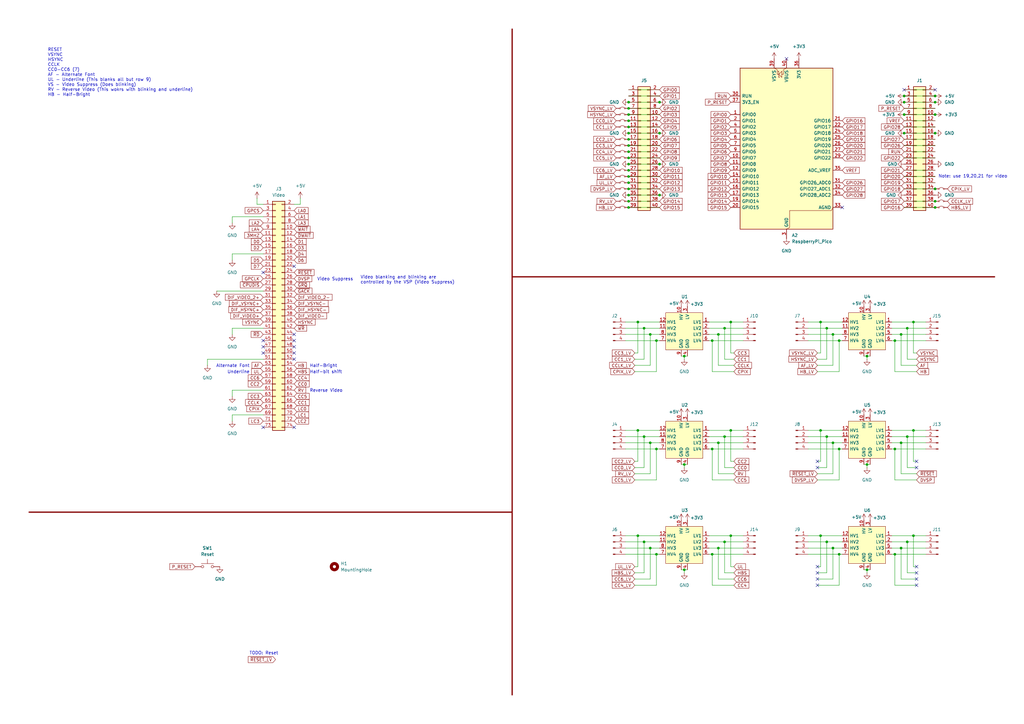
<source format=kicad_sch>
(kicad_sch (version 20250114) (generator "eeschema") (generator_version "9.0")
  (paper "A3")
  (text "Video Suppress" (at 130.048 114.554 0) (effects (font (size 1.27 1.27)) (justify left)))
  (text "Half-Bright" (at 127 150.114 0) (effects (font (size 1.27 1.27)) (justify left)))
  (text "Video blanking and blinking are\ncontrolled by the VSP (Video Suppress)" (at 147.828 114.808 0) (effects (font (size 1.27 1.27)) (justify left)))
  (text "Note: use 19,20,21 for video" (at 399.034 72.39 0) (effects (font (size 1.27 1.27))))
  (text "Half-bit shift" (at 127 152.654 0) (effects (font (size 1.27 1.27)) (justify left)))
  (text "Alternate Font" (at 88.646 150.114 0) (effects (font (size 1.27 1.27)) (justify left)))
  (text "TODO: Reset" (at 108.204 267.97 0) (effects (font (size 1.27 1.27))))
  (text "Reverse Video" (at 127 160.274 0) (effects (font (size 1.27 1.27)) (justify left)))
  (text "Underline" (at 93.218 152.654 0) (effects (font (size 1.27 1.27)) (justify left)))
  (text "RESET\nVSYNC\nHSYNC\nCCLK\nCC0-CC6 (7)\nAF - Alternate Font\nUL - Underline (This blanks all but row 9)\nVS - Video Suppress (Does blinking)\nRV - Reverse Video (This wokrs with blinking and underline)\nHB - Half-Bright" (at 19.558 29.718 0) (effects (font (size 1.27 1.27)) (justify left)))
  (junction (at 341.63 181.61))
  (junction (at 269.24 227.33))
  (junction (at 270.51 41.91))
  (junction (at 344.17 227.33))
  (junction (at 269.24 184.15))
  (junction (at 299.72 176.53))
  (junction (at 355.6 146.05))
  (junction (at 266.7 224.79))
  (junction (at 294.64 181.61))
  (junction (at 372.11 222.25))
  (junction (at 369.57 181.61))
  (junction (at 261.62 132.08))
  (junction (at 372.11 134.62))
  (junction (at 383.54 46.99))
  (junction (at 370.84 39.37))
  (junction (at 257.81 54.61))
  (junction (at 294.64 137.16))
  (junction (at 299.72 219.71))
  (junction (at 257.81 46.99))
  (junction (at 292.1 184.15))
  (junction (at 257.81 80.01))
  (junction (at 257.81 57.15))
  (junction (at 383.54 41.91))
  (junction (at 383.54 54.61))
  (junction (at 355.6 233.68))
  (junction (at 297.18 134.62))
  (junction (at 257.81 49.53))
  (junction (at 374.65 132.08))
  (junction (at 370.84 41.91))
  (junction (at 383.54 39.37))
  (junction (at 369.57 224.79))
  (junction (at 336.55 219.71))
  (junction (at 339.09 134.62))
  (junction (at 257.81 44.45))
  (junction (at 257.81 62.23))
  (junction (at 280.67 233.68))
  (junction (at 370.84 54.61))
  (junction (at 367.03 227.33))
  (junction (at 374.65 176.53))
  (junction (at 257.81 77.47))
  (junction (at 374.65 219.71))
  (junction (at 257.81 52.07))
  (junction (at 257.81 82.55))
  (junction (at 336.55 176.53))
  (junction (at 266.7 181.61))
  (junction (at 261.62 176.53))
  (junction (at 264.16 179.07))
  (junction (at 369.57 137.16))
  (junction (at 367.03 139.7))
  (junction (at 264.16 134.62))
  (junction (at 280.67 190.5))
  (junction (at 383.54 82.55))
  (junction (at 292.1 227.33))
  (junction (at 257.81 64.77))
  (junction (at 383.54 85.09))
  (junction (at 297.18 222.25))
  (junction (at 299.72 132.08))
  (junction (at 257.81 85.09))
  (junction (at 257.81 59.69))
  (junction (at 270.51 67.31))
  (junction (at 280.67 146.05))
  (junction (at 257.81 69.85))
  (junction (at 257.81 67.31))
  (junction (at 367.03 184.15))
  (junction (at 294.64 224.79))
  (junction (at 344.17 139.7))
  (junction (at 355.6 190.5))
  (junction (at 257.81 41.91))
  (junction (at 264.16 222.25))
  (junction (at 341.63 224.79))
  (junction (at 297.18 179.07))
  (junction (at 370.84 46.99))
  (junction (at 336.55 132.08))
  (junction (at 257.81 72.39))
  (junction (at 261.62 219.71))
  (junction (at 339.09 179.07))
  (junction (at 266.7 137.16))
  (junction (at 270.51 80.01))
  (junction (at 341.63 137.16))
  (junction (at 339.09 222.25))
  (junction (at 344.17 184.15))
  (junction (at 372.11 179.07))
  (junction (at 383.54 77.47))
  (junction (at 270.51 54.61))
  (junction (at 257.81 74.93))
  (junction (at 292.1 139.7))
  (junction (at 269.24 139.7))
  (no_connect (at 107.95 144.78))
  (no_connect (at 120.65 144.78))
  (no_connect (at 370.84 36.83))
  (no_connect (at 335.28 234.95))
  (no_connect (at 345.44 85.09))
  (no_connect (at 335.28 232.41))
  (no_connect (at 120.65 109.22))
  (no_connect (at 120.65 137.16))
  (no_connect (at 383.54 36.83))
  (no_connect (at 335.28 189.23))
  (no_connect (at 375.92 191.77))
  (no_connect (at 107.95 139.7))
  (no_connect (at 107.95 142.24))
  (no_connect (at 322.58 24.13))
  (no_connect (at 335.28 237.49))
  (no_connect (at 107.95 111.76))
  (no_connect (at 375.92 234.95))
  (no_connect (at 120.65 175.26))
  (no_connect (at 335.28 191.77))
  (no_connect (at 107.95 175.26))
  (no_connect (at 375.92 237.49))
  (no_connect (at 120.65 142.24))
  (no_connect (at 120.65 139.7))
  (no_connect (at 375.92 189.23))
  (no_connect (at 335.28 240.03))
  (no_connect (at 375.92 240.03))
  (no_connect (at 375.92 232.41))
  (no_connect (at 120.65 147.32))
  (wire (pts (xy 95.25 88.9) (xy 107.95 88.9)))
  (wire (pts (xy 294.64 181.61) (xy 294.64 194.31)))
  (wire (pts (xy 370.84 82.55) (xy 383.54 82.55)))
  (wire (pts (xy 257.81 49.53) (xy 270.51 49.53)))
  (wire (pts (xy 257.81 54.61) (xy 270.51 54.61)))
  (wire (pts (xy 257.81 77.47) (xy 270.51 77.47)))
  (wire (pts (xy 370.84 72.39) (xy 383.54 72.39)))
  (wire (pts (xy 339.09 134.62) (xy 345.44 134.62)))
  (wire (pts (xy 299.72 132.08) (xy 299.72 144.78)))
  (wire (pts (xy 336.55 219.71) (xy 345.44 219.71)))
  (wire (pts (xy 299.72 219.71) (xy 290.83 219.71)))
  (wire (pts (xy 269.24 184.15) (xy 270.51 184.15)))
  (wire (pts (xy 339.09 222.25) (xy 345.44 222.25)))
  (wire (pts (xy 335.28 232.41) (xy 336.55 232.41)))
  (wire (pts (xy 335.28 240.03) (xy 344.17 240.03)))
  (wire (pts (xy 300.99 189.23) (xy 299.72 189.23)))
  (wire (pts (xy 370.84 54.61) (xy 383.54 54.61)))
  (wire (pts (xy 266.7 224.79) (xy 266.7 237.49)))
  (wire (pts (xy 374.65 176.53) (xy 365.76 176.53)))
  (wire (pts (xy 120.65 83.82) (xy 123.19 83.82)))
  (wire (pts (xy 260.35 232.41) (xy 261.62 232.41)))
  (wire (pts (xy 374.65 219.71) (xy 365.76 219.71)))
  (wire (pts (xy 379.73 139.7) (xy 367.03 139.7)))
  (wire (pts (xy 370.84 49.53) (xy 383.54 49.53)))
  (wire (pts (xy 292.1 240.03) (xy 292.1 227.33)))
  (wire (pts (xy 355.6 190.5) (xy 355.6 191.77)))
  (wire (pts (xy 279.4 190.5) (xy 280.67 190.5)))
  (wire (pts (xy 369.57 224.79) (xy 365.76 224.79)))
  (wire (pts (xy 256.54 224.79) (xy 266.7 224.79)))
  (wire (pts (xy 266.7 137.16) (xy 270.51 137.16)))
  (wire (pts (xy 331.47 139.7) (xy 344.17 139.7)))
  (wire (pts (xy 370.84 69.85) (xy 383.54 69.85)))
  (wire (pts (xy 280.67 233.68) (xy 280.67 234.95)))
  (wire (pts (xy 261.62 176.53) (xy 261.62 189.23)))
  (wire (pts (xy 370.84 39.37) (xy 383.54 39.37)))
  (wire (pts (xy 261.62 176.53) (xy 270.51 176.53)))
  (wire (pts (xy 370.84 74.93) (xy 383.54 74.93)))
  (wire (pts (xy 280.67 190.5) (xy 281.94 190.5)))
  (wire (pts (xy 375.92 144.78) (xy 374.65 144.78)))
  (wire (pts (xy 375.92 240.03) (xy 367.03 240.03)))
  (wire (pts (xy 341.63 137.16) (xy 341.63 149.86)))
  (wire (pts (xy 304.8 224.79) (xy 294.64 224.79)))
  (polyline (pts (xy 210.058 113.538) (xy 407.924 113.538)) (stroke (width 0.5) (type solid) (color 132 0 0 1)))
  (wire (pts (xy 256.54 184.15) (xy 269.24 184.15)))
  (wire (pts (xy 335.28 189.23) (xy 336.55 189.23)))
  (wire (pts (xy 266.7 137.16) (xy 266.7 149.86)))
  (wire (pts (xy 375.92 147.32) (xy 372.11 147.32)))
  (wire (pts (xy 370.84 62.23) (xy 383.54 62.23)))
  (wire (pts (xy 375.92 234.95) (xy 372.11 234.95)))
  (wire (pts (xy 355.6 146.05) (xy 356.87 146.05)))
  (wire (pts (xy 85.09 147.32) (xy 107.95 147.32)))
  (wire (pts (xy 297.18 222.25) (xy 297.18 234.95)))
  (wire (pts (xy 370.84 64.77) (xy 383.54 64.77)))
  (wire (pts (xy 300.99 196.85) (xy 292.1 196.85)))
  (wire (pts (xy 374.65 132.08) (xy 374.65 144.78)))
  (wire (pts (xy 331.47 224.79) (xy 341.63 224.79)))
  (wire (pts (xy 370.84 85.09) (xy 383.54 85.09)))
  (wire (pts (xy 294.64 137.16) (xy 290.83 137.16)))
  (wire (pts (xy 379.73 132.08) (xy 374.65 132.08)))
  (wire (pts (xy 257.81 62.23) (xy 270.51 62.23)))
  (wire (pts (xy 344.17 139.7) (xy 345.44 139.7)))
  (wire (pts (xy 256.54 179.07) (xy 264.16 179.07)))
  (wire (pts (xy 341.63 137.16) (xy 345.44 137.16)))
  (wire (pts (xy 299.72 132.08) (xy 290.83 132.08)))
  (wire (pts (xy 344.17 152.4) (xy 344.17 139.7)))
  (wire (pts (xy 95.25 134.62) (xy 95.25 137.16)))
  (wire (pts (xy 331.47 137.16) (xy 341.63 137.16)))
  (wire (pts (xy 257.81 80.01) (xy 270.51 80.01)))
  (wire (pts (xy 375.92 194.31) (xy 369.57 194.31)))
  (wire (pts (xy 297.18 134.62) (xy 290.83 134.62)))
  (wire (pts (xy 266.7 181.61) (xy 270.51 181.61)))
  (wire (pts (xy 292.1 139.7) (xy 290.83 139.7)))
  (wire (pts (xy 369.57 137.16) (xy 369.57 149.86)))
  (wire (pts (xy 297.18 134.62) (xy 297.18 147.32)))
  (wire (pts (xy 355.6 233.68) (xy 355.6 234.95)))
  (wire (pts (xy 95.25 160.02) (xy 95.25 162.56)))
  (wire (pts (xy 257.81 85.09) (xy 270.51 85.09)))
  (wire (pts (xy 370.84 57.15) (xy 383.54 57.15)))
  (wire (pts (xy 372.11 179.07) (xy 365.76 179.07)))
  (wire (pts (xy 372.11 222.25) (xy 372.11 234.95)))
  (wire (pts (xy 280.67 146.05) (xy 281.94 146.05)))
  (wire (pts (xy 354.33 190.5) (xy 355.6 190.5)))
  (wire (pts (xy 266.7 224.79) (xy 270.51 224.79)))
  (wire (pts (xy 367.03 139.7) (xy 365.76 139.7)))
  (wire (pts (xy 95.25 134.62) (xy 107.95 134.62)))
  (wire (pts (xy 294.64 137.16) (xy 294.64 149.86)))
  (wire (pts (xy 367.03 184.15) (xy 365.76 184.15)))
  (wire (pts (xy 300.99 152.4) (xy 292.1 152.4)))
  (wire (pts (xy 344.17 196.85) (xy 344.17 184.15)))
  (wire (pts (xy 355.6 146.05) (xy 355.6 147.32)))
  (wire (pts (xy 304.8 222.25) (xy 297.18 222.25)))
  (wire (pts (xy 260.35 152.4) (xy 269.24 152.4)))
  (wire (pts (xy 266.7 181.61) (xy 266.7 194.31)))
  (wire (pts (xy 297.18 222.25) (xy 290.83 222.25)))
  (wire (pts (xy 341.63 181.61) (xy 341.63 194.31)))
  (wire (pts (xy 331.47 219.71) (xy 336.55 219.71)))
  (wire (pts (xy 261.62 219.71) (xy 270.51 219.71)))
  (wire (pts (xy 304.8 176.53) (xy 299.72 176.53)))
  (wire (pts (xy 335.28 196.85) (xy 344.17 196.85)))
  (wire (pts (xy 375.92 152.4) (xy 367.03 152.4)))
  (wire (pts (xy 370.84 52.07) (xy 383.54 52.07)))
  (wire (pts (xy 297.18 179.07) (xy 290.83 179.07)))
  (wire (pts (xy 355.6 190.5) (xy 356.87 190.5)))
  (wire (pts (xy 370.84 44.45) (xy 383.54 44.45)))
  (wire (pts (xy 300.99 194.31) (xy 294.64 194.31)))
  (wire (pts (xy 370.84 77.47) (xy 383.54 77.47)))
  (wire (pts (xy 280.67 190.5) (xy 280.67 191.77)))
  (wire (pts (xy 256.54 139.7) (xy 269.24 139.7)))
  (wire (pts (xy 299.72 176.53) (xy 299.72 189.23)))
  (wire (pts (xy 372.11 179.07) (xy 372.11 191.77)))
  (wire (pts (xy 269.24 240.03) (xy 269.24 227.33)))
  (wire (pts (xy 279.4 146.05) (xy 280.67 146.05)))
  (wire (pts (xy 304.8 219.71) (xy 299.72 219.71)))
  (wire (pts (xy 339.09 222.25) (xy 339.09 234.95)))
  (wire (pts (xy 269.24 139.7) (xy 270.51 139.7)))
  (wire (pts (xy 331.47 176.53) (xy 336.55 176.53)))
  (wire (pts (xy 279.4 233.68) (xy 280.67 233.68)))
  (wire (pts (xy 256.54 227.33) (xy 269.24 227.33)))
  (wire (pts (xy 369.57 224.79) (xy 369.57 237.49)))
  (wire (pts (xy 264.16 134.62) (xy 264.16 147.32)))
  (wire (pts (xy 375.92 189.23) (xy 374.65 189.23)))
  (wire (pts (xy 257.81 52.07) (xy 270.51 52.07)))
  (wire (pts (xy 256.54 222.25) (xy 264.16 222.25)))
  (wire (pts (xy 260.35 147.32) (xy 264.16 147.32)))
  (wire (pts (xy 294.64 181.61) (xy 290.83 181.61)))
  (wire (pts (xy 261.62 132.08) (xy 261.62 144.78)))
  (wire (pts (xy 304.8 184.15) (xy 292.1 184.15)))
  (wire (pts (xy 292.1 196.85) (xy 292.1 184.15)))
  (wire (pts (xy 374.65 219.71) (xy 374.65 232.41)))
  (wire (pts (xy 367.03 240.03) (xy 367.03 227.33)))
  (wire (pts (xy 297.18 179.07) (xy 297.18 191.77)))
  (wire (pts (xy 257.81 44.45) (xy 270.51 44.45)))
  (wire (pts (xy 304.8 132.08) (xy 299.72 132.08)))
  (wire (pts (xy 354.33 233.68) (xy 355.6 233.68)))
  (wire (pts (xy 331.47 227.33) (xy 344.17 227.33)))
  (wire (pts (xy 294.64 224.79) (xy 294.64 237.49)))
  (wire (pts (xy 355.6 233.68) (xy 356.87 233.68)))
  (wire (pts (xy 335.28 149.86) (xy 341.63 149.86)))
  (wire (pts (xy 257.81 64.77) (xy 270.51 64.77)))
  (wire (pts (xy 336.55 132.08) (xy 336.55 144.78)))
  (wire (pts (xy 105.41 83.82) (xy 107.95 83.82)))
  (wire (pts (xy 300.99 149.86) (xy 294.64 149.86)))
  (wire (pts (xy 339.09 179.07) (xy 339.09 191.77)))
  (wire (pts (xy 374.65 176.53) (xy 374.65 189.23)))
  (wire (pts (xy 264.16 134.62) (xy 270.51 134.62)))
  (wire (pts (xy 260.35 149.86) (xy 266.7 149.86)))
  (wire (pts (xy 264.16 222.25) (xy 264.16 234.95)))
  (wire (pts (xy 379.73 137.16) (xy 369.57 137.16)))
  (wire (pts (xy 379.73 134.62) (xy 372.11 134.62)))
  (wire (pts (xy 264.16 179.07) (xy 264.16 191.77)))
  (wire (pts (xy 257.81 67.31) (xy 270.51 67.31)))
  (wire (pts (xy 339.09 179.07) (xy 345.44 179.07)))
  (wire (pts (xy 331.47 181.61) (xy 341.63 181.61)))
  (wire (pts (xy 304.8 137.16) (xy 294.64 137.16)))
  (wire (pts (xy 257.81 57.15) (xy 270.51 57.15)))
  (wire (pts (xy 269.24 152.4) (xy 269.24 139.7)))
  (wire (pts (xy 370.84 41.91) (xy 383.54 41.91)))
  (wire (pts (xy 304.8 139.7) (xy 292.1 139.7)))
  (wire (pts (xy 257.81 69.85) (xy 270.51 69.85)))
  (wire (pts (xy 341.63 181.61) (xy 345.44 181.61)))
  (wire (pts (xy 335.28 152.4) (xy 344.17 152.4)))
  (wire (pts (xy 375.92 149.86) (xy 369.57 149.86)))
  (wire (pts (xy 331.47 134.62) (xy 339.09 134.62)))
  (wire (pts (xy 294.64 224.79) (xy 290.83 224.79)))
  (wire (pts (xy 257.81 39.37) (xy 270.51 39.37)))
  (wire (pts (xy 300.99 234.95) (xy 297.18 234.95)))
  (wire (pts (xy 375.92 237.49) (xy 369.57 237.49)))
  (wire (pts (xy 372.11 134.62) (xy 372.11 147.32)))
  (wire (pts (xy 375.92 232.41) (xy 374.65 232.41)))
  (wire (pts (xy 260.35 196.85) (xy 269.24 196.85)))
  (wire (pts (xy 336.55 219.71) (xy 336.55 232.41)))
  (wire (pts (xy 335.28 237.49) (xy 341.63 237.49)))
  (wire (pts (xy 292.1 184.15) (xy 290.83 184.15)))
  (wire (pts (xy 257.81 46.99) (xy 270.51 46.99)))
  (wire (pts (xy 304.8 179.07) (xy 297.18 179.07)))
  (wire (pts (xy 260.35 237.49) (xy 266.7 237.49)))
  (wire (pts (xy 257.81 82.55) (xy 270.51 82.55)))
  (wire (pts (xy 331.47 179.07) (xy 339.09 179.07)))
  (wire (pts (xy 261.62 132.08) (xy 270.51 132.08)))
  (wire (pts (xy 257.81 72.39) (xy 270.51 72.39)))
  (wire (pts (xy 264.16 222.25) (xy 270.51 222.25)))
  (wire (pts (xy 379.73 222.25) (xy 372.11 222.25)))
  (wire (pts (xy 331.47 132.08) (xy 336.55 132.08)))
  (wire (pts (xy 269.24 196.85) (xy 269.24 184.15)))
  (wire (pts (xy 335.28 234.95) (xy 339.09 234.95)))
  (wire (pts (xy 331.47 184.15) (xy 344.17 184.15)))
  (wire (pts (xy 105.41 81.28) (xy 105.41 83.82)))
  (wire (pts (xy 379.73 181.61) (xy 369.57 181.61)))
  (wire (pts (xy 304.8 227.33) (xy 292.1 227.33)))
  (wire (pts (xy 370.84 59.69) (xy 383.54 59.69)))
  (wire (pts (xy 375.92 196.85) (xy 367.03 196.85)))
  (wire (pts (xy 95.25 170.18) (xy 95.25 172.72)))
  (wire (pts (xy 256.54 132.08) (xy 261.62 132.08)))
  (wire (pts (xy 299.72 176.53) (xy 290.83 176.53)))
  (wire (pts (xy 339.09 134.62) (xy 339.09 147.32)))
  (wire (pts (xy 292.1 227.33) (xy 290.83 227.33)))
  (wire (pts (xy 85.09 147.32) (xy 85.09 149.86)))
  (wire (pts (xy 304.8 134.62) (xy 297.18 134.62)))
  (wire (pts (xy 367.03 227.33) (xy 365.76 227.33)))
  (wire (pts (xy 300.99 144.78) (xy 299.72 144.78)))
  (wire (pts (xy 336.55 176.53) (xy 345.44 176.53)))
  (polyline (pts (xy 11.938 210.058) (xy 209.804 210.058)) (stroke (width 0.5) (type solid) (color 132 0 0 1)))
  (wire (pts (xy 379.73 184.15) (xy 367.03 184.15)))
  (wire (pts (xy 280.67 233.68) (xy 281.94 233.68)))
  (wire (pts (xy 370.84 46.99) (xy 383.54 46.99)))
  (wire (pts (xy 260.35 234.95) (xy 264.16 234.95)))
  (wire (pts (xy 257.81 74.93) (xy 270.51 74.93)))
  (wire (pts (xy 372.11 134.62) (xy 365.76 134.62)))
  (wire (pts (xy 369.57 137.16) (xy 365.76 137.16)))
  (wire (pts (xy 299.72 219.71) (xy 299.72 232.41)))
  (wire (pts (xy 95.25 104.14) (xy 95.25 106.68)))
  (wire (pts (xy 280.67 146.05) (xy 280.67 147.32)))
  (wire (pts (xy 369.57 181.61) (xy 369.57 194.31)))
  (wire (pts (xy 257.81 41.91) (xy 270.51 41.91)))
  (wire (pts (xy 367.03 196.85) (xy 367.03 184.15)))
  (wire (pts (xy 344.17 240.03) (xy 344.17 227.33)))
  (wire (pts (xy 269.24 227.33) (xy 270.51 227.33)))
  (wire (pts (xy 264.16 179.07) (xy 270.51 179.07)))
  (wire (pts (xy 379.73 176.53) (xy 374.65 176.53)))
  (wire (pts (xy 256.54 176.53) (xy 261.62 176.53)))
  (wire (pts (xy 367.03 152.4) (xy 367.03 139.7)))
  (wire (pts (xy 344.17 184.15) (xy 345.44 184.15)))
  (wire (pts (xy 354.33 146.05) (xy 355.6 146.05)))
  (wire (pts (xy 344.17 227.33) (xy 345.44 227.33)))
  (wire (pts (xy 257.81 59.69) (xy 270.51 59.69)))
  (wire (pts (xy 300.99 191.77) (xy 297.18 191.77)))
  (wire (pts (xy 256.54 219.71) (xy 261.62 219.71)))
  (wire (pts (xy 331.47 222.25) (xy 339.09 222.25)))
  (wire (pts (xy 95.25 170.18) (xy 107.95 170.18)))
  (wire (pts (xy 335.28 194.31) (xy 341.63 194.31)))
  (wire (pts (xy 292.1 152.4) (xy 292.1 139.7)))
  (wire (pts (xy 88.9 119.38) (xy 107.95 119.38)))
  (wire (pts (xy 260.35 189.23) (xy 261.62 189.23)))
  (wire (pts (xy 300.99 240.03) (xy 292.1 240.03)))
  (wire (pts (xy 341.63 224.79) (xy 345.44 224.79)))
  (wire (pts (xy 372.11 222.25) (xy 365.76 222.25)))
  (wire (pts (xy 260.35 240.03) (xy 269.24 240.03)))
  (wire (pts (xy 374.65 132.08) (xy 365.76 132.08)))
  (wire (pts (xy 336.55 176.53) (xy 336.55 189.23)))
  (wire (pts (xy 335.28 147.32) (xy 339.09 147.32)))
  (wire (pts (xy 379.73 224.79) (xy 369.57 224.79)))
  (wire (pts (xy 257.81 36.83) (xy 270.51 36.83)))
  (wire (pts (xy 335.28 144.78) (xy 336.55 144.78)))
  (wire (pts (xy 379.73 179.07) (xy 372.11 179.07)))
  (wire (pts (xy 300.99 237.49) (xy 294.64 237.49)))
  (wire (pts (xy 256.54 134.62) (xy 264.16 134.62)))
  (wire (pts (xy 300.99 147.32) (xy 297.18 147.32)))
  (wire (pts (xy 95.25 88.9) (xy 95.25 91.44)))
  (wire (pts (xy 261.62 219.71) (xy 261.62 232.41)))
  (wire (pts (xy 335.28 191.77) (xy 339.09 191.77)))
  (wire (pts (xy 370.84 36.83) (xy 383.54 36.83)))
  (wire (pts (xy 369.57 181.61) (xy 365.76 181.61)))
  (wire (pts (xy 260.35 144.78) (xy 261.62 144.78)))
  (wire (pts (xy 95.25 160.02) (xy 107.95 160.02)))
  (wire (pts (xy 336.55 132.08) (xy 345.44 132.08)))
  (wire (pts (xy 95.25 104.14) (xy 107.95 104.14)))
  (wire (pts (xy 379.73 227.33) (xy 367.03 227.33)))
  (wire (pts (xy 256.54 181.61) (xy 266.7 181.61)))
  (wire (pts (xy 260.35 194.31) (xy 266.7 194.31)))
  (wire (pts (xy 123.19 83.82) (xy 123.19 81.28)))
  (wire (pts (xy 379.73 219.71) (xy 374.65 219.71)))
  (wire (pts (xy 260.35 191.77) (xy 264.16 191.77)))
  (wire (pts (xy 256.54 137.16) (xy 266.7 137.16)))
  (polyline (pts (xy 210.058 11.938) (xy 210.058 284.988)) (stroke (width 0.5) (type solid) (color 132 0 0 1)))
  (wire (pts (xy 304.8 181.61) (xy 294.64 181.61)))
  (wire (pts (xy 341.63 224.79) (xy 341.63 237.49)))
  (wire (pts (xy 375.92 191.77) (xy 372.11 191.77)))
  (wire (pts (xy 300.99 232.41) (xy 299.72 232.41)))
  (global_label "LC2" (shape input) (at 120.65 172.72 0) (property "Intersheetrefs" "${INTERSHEET_REFS}" (effects (hide yes))))
  (global_label "GPIO12" (shape input) (at 299.72 77.47 180) (property "Intersheetrefs" "${INTERSHEET_REFS}" (effects (hide yes))))
  (global_label "UL" (shape input) (at 107.95 152.4 180) (property "Intersheetrefs" "${INTERSHEET_REFS}" (effects (hide yes))))
  (global_label "GPIO8" (shape input) (at 299.72 67.31 180) (property "Intersheetrefs" "${INTERSHEET_REFS}" (effects (hide yes))))
  (global_label "UL" (shape input) (at 300.99 232.41 0) (property "Intersheetrefs" "${INTERSHEET_REFS}" (effects (hide yes))))
  (global_label "CC0_LV" (shape input) (at 252.73 49.53 180) (property "Intersheetrefs" "${INTERSHEET_REFS}" (effects (hide yes))))
  (global_label "AF_LV" (shape input) (at 335.28 149.86 180) (property "Intersheetrefs" "${INTERSHEET_REFS}" (effects (hide yes))))
  (global_label "LA1" (shape input) (at 120.65 88.9 0) (property "Intersheetrefs" "${INTERSHEET_REFS}" (effects (hide yes))))
  (global_label "~{WR}" (shape input) (at 120.65 134.62 0) (property "Intersheetrefs" "${INTERSHEET_REFS}" (effects (hide yes))))
  (global_label "VSYNC_LV" (shape input) (at 252.73 44.45 180) (property "Intersheetrefs" "${INTERSHEET_REFS}" (effects (hide yes))))
  (global_label "CC4_LV" (shape input) (at 252.73 62.23 180) (property "Intersheetrefs" "${INTERSHEET_REFS}" (effects (hide yes))))
  (global_label "AF" (shape input) (at 107.95 149.86 180) (property "Intersheetrefs" "${INTERSHEET_REFS}" (effects (hide yes))))
  (global_label "GPIO26" (shape input) (at 370.84 59.69 180) (property "Intersheetrefs" "${INTERSHEET_REFS}" (effects (hide yes))))
  (global_label "GPIO0" (shape input) (at 299.72 46.99 180) (property "Intersheetrefs" "${INTERSHEET_REFS}" (effects (hide yes))))
  (global_label "GPIO19" (shape input) (at 345.44 57.15 0) (property "Intersheetrefs" "${INTERSHEET_REFS}" (effects (hide yes))))
  (global_label "GPIO7" (shape input) (at 270.51 59.69 0) (property "Intersheetrefs" "${INTERSHEET_REFS}" (effects (hide yes))))
  (global_label "VREF" (shape input) (at 345.44 69.85 0) (property "Intersheetrefs" "${INTERSHEET_REFS}" (effects (hide yes))))
  (global_label "GPIO28" (shape input) (at 370.84 52.07 180) (property "Intersheetrefs" "${INTERSHEET_REFS}" (effects (hide yes))))
  (global_label "VSYNC" (shape input) (at 375.92 144.78 0) (property "Intersheetrefs" "${INTERSHEET_REFS}" (effects (hide yes))))
  (global_label "LC1" (shape input) (at 120.65 170.18 0) (property "Intersheetrefs" "${INTERSHEET_REFS}" (effects (hide yes))))
  (global_label "GPIO11" (shape input) (at 299.72 74.93 180) (property "Intersheetrefs" "${INTERSHEET_REFS}" (effects (hide yes))))
  (global_label "GPIO2" (shape input) (at 299.72 52.07 180) (property "Intersheetrefs" "${INTERSHEET_REFS}" (effects (hide yes))))
  (global_label "CC2_LV" (shape input) (at 260.35 189.23 180) (property "Intersheetrefs" "${INTERSHEET_REFS}" (effects (hide yes))))
  (global_label "VREF" (shape input) (at 370.84 49.53 180) (property "Intersheetrefs" "${INTERSHEET_REFS}" (effects (hide yes))))
  (global_label "CC5_LV" (shape input) (at 252.73 64.77 180) (property "Intersheetrefs" "${INTERSHEET_REFS}" (effects (hide yes))))
  (global_label "VSYNC" (shape input) (at 107.95 132.08 180) (property "Intersheetrefs" "${INTERSHEET_REFS}" (effects (hide yes))))
  (global_label "D5" (shape input) (at 107.95 106.68 180) (property "Intersheetrefs" "${INTERSHEET_REFS}" (effects (hide yes))))
  (global_label "CC3_LV" (shape input) (at 252.73 59.69 180) (property "Intersheetrefs" "${INTERSHEET_REFS}" (effects (hide yes))))
  (global_label "CC0_LV" (shape input) (at 260.35 191.77 180) (property "Intersheetrefs" "${INTERSHEET_REFS}" (effects (hide yes))))
  (global_label "GPIO5" (shape input) (at 270.51 52.07 0) (property "Intersheetrefs" "${INTERSHEET_REFS}" (effects (hide yes))))
  (global_label "DIF_HSYNC+" (shape input) (at 107.95 127 180) (property "Intersheetrefs" "${INTERSHEET_REFS}" (effects (hide yes))))
  (global_label "~{RESET}" (shape input) (at 375.92 194.31 0) (property "Intersheetrefs" "${INTERSHEET_REFS}" (effects (hide yes))))
  (global_label "D0" (shape input) (at 107.95 99.06 180) (property "Intersheetrefs" "${INTERSHEET_REFS}" (effects (hide yes))))
  (global_label "GPIO9" (shape input) (at 299.72 69.85 180) (property "Intersheetrefs" "${INTERSHEET_REFS}" (effects (hide yes))))
  (global_label "GPIO9" (shape input) (at 270.51 64.77 0) (property "Intersheetrefs" "${INTERSHEET_REFS}" (effects (hide yes))))
  (global_label "CC1_LV" (shape input) (at 252.73 52.07 180) (property "Intersheetrefs" "${INTERSHEET_REFS}" (effects (hide yes))))
  (global_label "~{RESET_LV}" (shape input) (at 335.28 194.31 180) (property "Intersheetrefs" "${INTERSHEET_REFS}" (effects (hide yes))))
  (global_label "CC3" (shape input) (at 300.99 144.78 0) (property "Intersheetrefs" "${INTERSHEET_REFS}" (effects (hide yes))))
  (global_label "GPIO7" (shape input) (at 299.72 64.77 180) (property "Intersheetrefs" "${INTERSHEET_REFS}" (effects (hide yes))))
  (global_label "GPCS" (shape input) (at 107.95 86.36 180) (property "Intersheetrefs" "${INTERSHEET_REFS}" (effects (hide yes))))
  (global_label "RV" (shape input) (at 300.99 194.31 0) (property "Intersheetrefs" "${INTERSHEET_REFS}" (effects (hide yes))))
  (global_label "DIF_VIDEO_2+" (shape input) (at 107.95 121.92 180) (property "Intersheetrefs" "${INTERSHEET_REFS}" (effects (hide yes))))
  (global_label "CC6" (shape input) (at 300.99 237.49 0) (property "Intersheetrefs" "${INTERSHEET_REFS}" (effects (hide yes))))
  (global_label "RV_LV" (shape input) (at 260.35 194.31 180) (property "Intersheetrefs" "${INTERSHEET_REFS}" (effects (hide yes))))
  (global_label "HSYNC_LV" (shape input) (at 252.73 46.99 180) (property "Intersheetrefs" "${INTERSHEET_REFS}" (effects (hide yes))))
  (global_label "~{DWAIT}" (shape input) (at 120.65 96.52 0) (property "Intersheetrefs" "${INTERSHEET_REFS}" (effects (hide yes))))
  (global_label "HBS" (shape input) (at 120.65 152.4 0) (property "Intersheetrefs" "${INTERSHEET_REFS}" (effects (hide yes))))
  (global_label "GPIO4" (shape input) (at 299.72 57.15 180) (property "Intersheetrefs" "${INTERSHEET_REFS}" (effects (hide yes))))
  (global_label "CPIX" (shape input) (at 300.99 152.4 0) (property "Intersheetrefs" "${INTERSHEET_REFS}" (effects (hide yes))))
  (global_label "GPIO22" (shape input) (at 370.84 64.77 180) (property "Intersheetrefs" "${INTERSHEET_REFS}" (effects (hide yes))))
  (global_label "DVSP" (shape input) (at 120.65 114.3 0) (property "Intersheetrefs" "${INTERSHEET_REFS}" (effects (hide yes))))
  (global_label "~{RD}" (shape input) (at 107.95 137.16 180) (property "Intersheetrefs" "${INTERSHEET_REFS}" (effects (hide yes))))
  (global_label "DIF_VIDEO+" (shape input) (at 107.95 129.54 180) (property "Intersheetrefs" "${INTERSHEET_REFS}" (effects (hide yes))))
  (global_label "LA3" (shape input) (at 120.65 91.44 0) (property "Intersheetrefs" "${INTERSHEET_REFS}" (effects (hide yes))))
  (global_label "DIF_HSYNC-" (shape input) (at 120.65 127 0) (property "Intersheetrefs" "${INTERSHEET_REFS}" (effects (hide yes))))
  (global_label "UL_LV" (shape input) (at 260.35 232.41 180) (property "Intersheetrefs" "${INTERSHEET_REFS}" (effects (hide yes))))
  (global_label "D4" (shape input) (at 120.65 104.14 0) (property "Intersheetrefs" "${INTERSHEET_REFS}" (effects (hide yes))))
  (global_label "HBS" (shape input) (at 300.99 234.95 0) (property "Intersheetrefs" "${INTERSHEET_REFS}" (effects (hide yes))))
  (global_label "DIF_VSYNC-" (shape input) (at 120.65 124.46 0) (property "Intersheetrefs" "${INTERSHEET_REFS}" (effects (hide yes))))
  (global_label "VSYNC_LV" (shape input) (at 335.28 144.78 180) (property "Intersheetrefs" "${INTERSHEET_REFS}" (effects (hide yes))))
  (global_label "DIF_VIDEO_2-" (shape input) (at 120.65 121.92 0) (property "Intersheetrefs" "${INTERSHEET_REFS}" (effects (hide yes))))
  (global_label "CPIX_LV" (shape input) (at 260.35 152.4 180) (property "Intersheetrefs" "${INTERSHEET_REFS}" (effects (hide yes))))
  (global_label "3MHZ" (shape input) (at 107.95 96.52 180) (property "Intersheetrefs" "${INTERSHEET_REFS}" (effects (hide yes))))
  (global_label "GPIO27" (shape input) (at 345.44 77.47 0) (property "Intersheetrefs" "${INTERSHEET_REFS}" (effects (hide yes))))
  (global_label "GPIO6" (shape input) (at 270.51 57.15 0) (property "Intersheetrefs" "${INTERSHEET_REFS}" (effects (hide yes))))
  (global_label "GPIO10" (shape input) (at 299.72 72.39 180) (property "Intersheetrefs" "${INTERSHEET_REFS}" (effects (hide yes))))
  (global_label "CC5_LV" (shape input) (at 260.35 196.85 180) (property "Intersheetrefs" "${INTERSHEET_REFS}" (effects (hide yes))))
  (global_label "CC6_LV" (shape input) (at 252.73 69.85 180) (property "Intersheetrefs" "${INTERSHEET_REFS}" (effects (hide yes))))
  (global_label "GPIO18" (shape input) (at 370.84 77.47 180) (property "Intersheetrefs" "${INTERSHEET_REFS}" (effects (hide yes))))
  (global_label "RV" (shape input) (at 120.65 160.02 0) (property "Intersheetrefs" "${INTERSHEET_REFS}" (effects (hide yes))))
  (global_label "CC6" (shape input) (at 107.95 154.94 180) (property "Intersheetrefs" "${INTERSHEET_REFS}" (effects (hide yes))))
  (global_label "GPCLK" (shape input) (at 107.95 114.3 180) (property "Intersheetrefs" "${INTERSHEET_REFS}" (effects (hide yes))))
  (global_label "GPIO20" (shape input) (at 345.44 59.69 0) (property "Intersheetrefs" "${INTERSHEET_REFS}" (effects (hide yes))))
  (global_label "GPIO10" (shape input) (at 270.51 69.85 0) (property "Intersheetrefs" "${INTERSHEET_REFS}" (effects (hide yes))))
  (global_label "HB" (shape input) (at 120.65 149.86 0) (property "Intersheetrefs" "${INTERSHEET_REFS}" (effects (hide yes))))
  (global_label "GPIO15" (shape input) (at 270.51 85.09 0) (property "Intersheetrefs" "${INTERSHEET_REFS}" (effects (hide yes))))
  (global_label "GPIO17" (shape input) (at 345.44 52.07 0) (property "Intersheetrefs" "${INTERSHEET_REFS}" (effects (hide yes))))
  (global_label "CCLK_LV" (shape input) (at 388.62 82.55 0) (property "Intersheetrefs" "${INTERSHEET_REFS}" (effects (hide yes))))
  (global_label "CC2" (shape input) (at 107.95 157.48 180) (property "Intersheetrefs" "${INTERSHEET_REFS}" (effects (hide yes))))
  (global_label "GPIO5" (shape input) (at 299.72 59.69 180) (property "Intersheetrefs" "${INTERSHEET_REFS}" (effects (hide yes))))
  (global_label "LA0" (shape input) (at 120.65 86.36 0) (property "Intersheetrefs" "${INTERSHEET_REFS}" (effects (hide yes))))
  (global_label "GPIO28" (shape input) (at 345.44 80.01 0) (property "Intersheetrefs" "${INTERSHEET_REFS}" (effects (hide yes))))
  (global_label "GPIO13" (shape input) (at 299.72 80.01 180) (property "Intersheetrefs" "${INTERSHEET_REFS}" (effects (hide yes))))
  (global_label "GPIO16" (shape input) (at 370.84 85.09 180) (property "Intersheetrefs" "${INTERSHEET_REFS}" (effects (hide yes))))
  (global_label "CC1_LV" (shape input) (at 260.35 147.32 180) (property "Intersheetrefs" "${INTERSHEET_REFS}" (effects (hide yes))))
  (global_label "GPIO21" (shape input) (at 345.44 62.23 0) (property "Intersheetrefs" "${INTERSHEET_REFS}" (effects (hide yes))))
  (global_label "CC4" (shape input) (at 120.65 154.94 0) (property "Intersheetrefs" "${INTERSHEET_REFS}" (effects (hide yes))))
  (global_label "GPIO14" (shape input) (at 299.72 82.55 180) (property "Intersheetrefs" "${INTERSHEET_REFS}" (effects (hide yes))))
  (global_label "LC3" (shape input) (at 107.95 172.72 180) (property "Intersheetrefs" "${INTERSHEET_REFS}" (effects (hide yes))))
  (global_label "LC0" (shape input) (at 120.65 167.64 0) (property "Intersheetrefs" "${INTERSHEET_REFS}" (effects (hide yes))))
  (global_label "LA2" (shape input) (at 107.95 91.44 180) (property "Intersheetrefs" "${INTERSHEET_REFS}" (effects (hide yes))))
  (global_label "D7" (shape input) (at 107.95 109.22 180) (property "Intersheetrefs" "${INTERSHEET_REFS}" (effects (hide yes))))
  (global_label "D6" (shape input) (at 120.65 106.68 0) (property "Intersheetrefs" "${INTERSHEET_REFS}" (effects (hide yes))))
  (global_label "AF_LV" (shape input) (at 252.73 72.39 180) (property "Intersheetrefs" "${INTERSHEET_REFS}" (effects (hide yes))))
  (global_label "P_RESET" (shape input) (at 370.84 44.45 180) (property "Intersheetrefs" "${INTERSHEET_REFS}" (effects (hide yes))))
  (global_label "CC3" (shape input) (at 107.95 162.56 180) (property "Intersheetrefs" "${INTERSHEET_REFS}" (effects (hide yes))))
  (global_label "~{GRQ}" (shape input) (at 120.65 116.84 0) (property "Intersheetrefs" "${INTERSHEET_REFS}" (effects (hide yes))))
  (global_label "GPIO1" (shape input) (at 299.72 49.53 180) (property "Intersheetrefs" "${INTERSHEET_REFS}" (effects (hide yes))))
  (global_label "~{RESET}" (shape input) (at 120.65 111.76 0) (property "Intersheetrefs" "${INTERSHEET_REFS}" (effects (hide yes))))
  (global_label "CC5" (shape input) (at 300.99 196.85 0) (property "Intersheetrefs" "${INTERSHEET_REFS}" (effects (hide yes))))
  (global_label "DVSP" (shape input) (at 375.92 196.85 0) (property "Intersheetrefs" "${INTERSHEET_REFS}" (effects (hide yes))))
  (global_label "DIF_VIDEO-" (shape input) (at 120.65 129.54 0) (property "Intersheetrefs" "${INTERSHEET_REFS}" (effects (hide yes))))
  (global_label "CC1" (shape input) (at 300.99 147.32 0) (property "Intersheetrefs" "${INTERSHEET_REFS}" (effects (hide yes))))
  (global_label "CC2_LV" (shape input) (at 252.73 57.15 180) (property "Intersheetrefs" "${INTERSHEET_REFS}" (effects (hide yes))))
  (global_label "CC2" (shape input) (at 300.99 189.23 0) (property "Intersheetrefs" "${INTERSHEET_REFS}" (effects (hide yes))))
  (global_label "HB_LV" (shape input) (at 335.28 152.4 180) (property "Intersheetrefs" "${INTERSHEET_REFS}" (effects (hide yes))))
  (global_label "AF" (shape input) (at 375.92 149.86 0) (property "Intersheetrefs" "${INTERSHEET_REFS}" (effects (hide yes))))
  (global_label "CC4_LV" (shape input) (at 260.35 240.03 180) (property "Intersheetrefs" "${INTERSHEET_REFS}" (effects (hide yes))))
  (global_label "CC6_LV" (shape input) (at 260.35 237.49 180) (property "Intersheetrefs" "${INTERSHEET_REFS}" (effects (hide yes))))
  (global_label "GPIO3" (shape input) (at 299.72 54.61 180) (property "Intersheetrefs" "${INTERSHEET_REFS}" (effects (hide yes))))
  (global_label "GPIO16" (shape input) (at 345.44 49.53 0) (property "Intersheetrefs" "${INTERSHEET_REFS}" (effects (hide yes))))
  (global_label "DIF_VSYNC+" (shape input) (at 107.95 124.46 180) (property "Intersheetrefs" "${INTERSHEET_REFS}" (effects (hide yes))))
  (global_label "CC4" (shape input) (at 300.99 240.03 0) (property "Intersheetrefs" "${INTERSHEET_REFS}" (effects (hide yes))))
  (global_label "GPIO14" (shape input) (at 270.51 82.55 0) (property "Intersheetrefs" "${INTERSHEET_REFS}" (effects (hide yes))))
  (global_label "HSYNC_LV" (shape input) (at 335.28 147.32 180) (property "Intersheetrefs" "${INTERSHEET_REFS}" (effects (hide yes))))
  (global_label "CCLK" (shape input) (at 107.95 165.1 180) (property "Intersheetrefs" "${INTERSHEET_REFS}" (effects (hide yes))))
  (global_label "~{RESET_LV}" (shape input) (at 113.03 270.51 180) (property "Intersheetrefs" "${INTERSHEET_REFS}" (effects (hide yes))))
  (global_label "RUN" (shape input) (at 370.84 62.23 180) (property "Intersheetrefs" "${INTERSHEET_REFS}" (effects (hide yes))))
  (global_label "HBS_LV" (shape input) (at 260.35 234.95 180) (property "Intersheetrefs" "${INTERSHEET_REFS}" (effects (hide yes))))
  (global_label "GPIO18" (shape input) (at 345.44 54.61 0) (property "Intersheetrefs" "${INTERSHEET_REFS}" (effects (hide yes))))
  (global_label "DVSP_LV" (shape input) (at 335.28 196.85 180) (property "Intersheetrefs" "${INTERSHEET_REFS}" (effects (hide yes))))
  (global_label "HB_LV" (shape input) (at 252.73 85.09 180) (property "Intersheetrefs" "${INTERSHEET_REFS}" (effects (hide yes))))
  (global_label "RV_LV" (shape input) (at 252.73 82.55 180) (property "Intersheetrefs" "${INTERSHEET_REFS}" (effects (hide yes))))
  (global_label "GPIO22" (shape input) (at 345.44 64.77 0) (property "Intersheetrefs" "${INTERSHEET_REFS}" (effects (hide yes))))
  (global_label "CPIX_LV" (shape input) (at 388.62 77.47 0) (property "Intersheetrefs" "${INTERSHEET_REFS}" (effects (hide yes))))
  (global_label "GPIO21" (shape input) (at 370.84 69.85 180) (property "Intersheetrefs" "${INTERSHEET_REFS}" (effects (hide yes))))
  (global_label "D1" (shape input) (at 120.65 99.06 0) (property "Intersheetrefs" "${INTERSHEET_REFS}" (effects (hide yes))))
  (global_label "GPIO1" (shape input) (at 270.51 39.37 0) (property "Intersheetrefs" "${INTERSHEET_REFS}" (effects (hide yes))))
  (global_label "GPIO4" (shape input) (at 270.51 49.53 0) (property "Intersheetrefs" "${INTERSHEET_REFS}" (effects (hide yes))))
  (global_label "CC0" (shape input) (at 300.99 191.77 0) (property "Intersheetrefs" "${INTERSHEET_REFS}" (effects (hide yes))))
  (global_label "LA4" (shape input) (at 107.95 93.98 180) (property "Intersheetrefs" "${INTERSHEET_REFS}" (effects (hide yes))))
  (global_label "DVSP_LV" (shape input) (at 252.73 77.47 180) (property "Intersheetrefs" "${INTERSHEET_REFS}" (effects (hide yes))))
  (global_label "GPIO15" (shape input) (at 299.72 85.09 180) (property "Intersheetrefs" "${INTERSHEET_REFS}" (effects (hide yes))))
  (global_label "RUN" (shape input) (at 299.72 39.37 180) (property "Intersheetrefs" "${INTERSHEET_REFS}" (effects (hide yes))))
  (global_label "CCLK_LV" (shape input) (at 260.35 149.86 180) (property "Intersheetrefs" "${INTERSHEET_REFS}" (effects (hide yes))))
  (global_label "GPIO0" (shape input) (at 270.51 36.83 0) (property "Intersheetrefs" "${INTERSHEET_REFS}" (effects (hide yes))))
  (global_label "GPIO19" (shape input) (at 370.84 74.93 180) (property "Intersheetrefs" "${INTERSHEET_REFS}" (effects (hide yes))))
  (global_label "GPIO27" (shape input) (at 370.84 57.15 180) (property "Intersheetrefs" "${INTERSHEET_REFS}" (effects (hide yes))))
  (global_label "~{GACK}" (shape input) (at 120.65 119.38 0) (property "Intersheetrefs" "${INTERSHEET_REFS}" (effects (hide yes))))
  (global_label "CC5" (shape input) (at 120.65 162.56 0) (property "Intersheetrefs" "${INTERSHEET_REFS}" (effects (hide yes))))
  (global_label "GPIO2" (shape input) (at 270.51 44.45 0) (property "Intersheetrefs" "${INTERSHEET_REFS}" (effects (hide yes))))
  (global_label "GPIO8" (shape input) (at 270.51 62.23 0) (property "Intersheetrefs" "${INTERSHEET_REFS}" (effects (hide yes))))
  (global_label "GPIO13" (shape input) (at 270.51 77.47 0) (property "Intersheetrefs" "${INTERSHEET_REFS}" (effects (hide yes))))
  (global_label "GPIO6" (shape input) (at 299.72 62.23 180) (property "Intersheetrefs" "${INTERSHEET_REFS}" (effects (hide yes))))
  (global_label "D2" (shape input) (at 107.95 101.6 180) (property "Intersheetrefs" "${INTERSHEET_REFS}" (effects (hide yes))))
  (global_label "CCLK" (shape input) (at 300.99 149.86 0) (property "Intersheetrefs" "${INTERSHEET_REFS}" (effects (hide yes))))
  (global_label "GPIO11" (shape input) (at 270.51 72.39 0) (property "Intersheetrefs" "${INTERSHEET_REFS}" (effects (hide yes))))
  (global_label "CC0" (shape input) (at 120.65 157.48 0) (property "Intersheetrefs" "${INTERSHEET_REFS}" (effects (hide yes))))
  (global_label "HSYNC" (shape input) (at 120.65 132.08 0) (property "Intersheetrefs" "${INTERSHEET_REFS}" (effects (hide yes))))
  (global_label "UL_LV" (shape input) (at 252.73 74.93 180) (property "Intersheetrefs" "${INTERSHEET_REFS}" (effects (hide yes))))
  (global_label "P_RESET" (shape input) (at 299.72 41.91 180) (property "Intersheetrefs" "${INTERSHEET_REFS}" (effects (hide yes))))
  (global_label "CC1" (shape input) (at 120.65 165.1 0) (property "Intersheetrefs" "${INTERSHEET_REFS}" (effects (hide yes))))
  (global_label "CC3_LV" (shape input) (at 260.35 144.78 180) (property "Intersheetrefs" "${INTERSHEET_REFS}" (effects (hide yes))))
  (global_label "CPIX" (shape input) (at 107.95 167.64 180) (property "Intersheetrefs" "${INTERSHEET_REFS}" (effects (hide yes))))
  (global_label "~{WAIT}" (shape input) (at 120.65 93.98 0) (property "Intersheetrefs" "${INTERSHEET_REFS}" (effects (hide yes))))
  (global_label "GPIO3" (shape input) (at 270.51 46.99 0) (property "Intersheetrefs" "${INTERSHEET_REFS}" (effects (hide yes))))
  (global_label "~{CPUDIS}" (shape input) (at 107.95 116.84 180) (property "Intersheetrefs" "${INTERSHEET_REFS}" (effects (hide yes))))
  (global_label "D3" (shape input) (at 120.65 101.6 0) (property "Intersheetrefs" "${INTERSHEET_REFS}" (effects (hide yes))))
  (global_label "HSYNC" (shape input) (at 375.92 147.32 0) (property "Intersheetrefs" "${INTERSHEET_REFS}" (effects (hide yes))))
  (global_label "P_RESET" (shape input) (at 80.01 232.41 180) (property "Intersheetrefs" "${INTERSHEET_REFS}" (effects (hide yes))))
  (global_label "GPIO17" (shape input) (at 370.84 82.55 180) (property "Intersheetrefs" "${INTERSHEET_REFS}" (effects (hide yes))))
  (global_label "GPIO20" (shape input) (at 370.84 72.39 180) (property "Intersheetrefs" "${INTERSHEET_REFS}" (effects (hide yes))))
  (global_label "HB" (shape input) (at 375.92 152.4 0) (property "Intersheetrefs" "${INTERSHEET_REFS}" (effects (hide yes))))
  (global_label "GPIO26" (shape input) (at 345.44 74.93 0) (property "Intersheetrefs" "${INTERSHEET_REFS}" (effects (hide yes))))
  (global_label "GPIO12" (shape input) (at 270.51 74.93 0) (property "Intersheetrefs" "${INTERSHEET_REFS}" (effects (hide yes))))
  (global_label "HBS_LV" (shape input) (at 388.62 85.09 0) (property "Intersheetrefs" "${INTERSHEET_REFS}" (effects (hide yes))))
  (symbol (lib_id "power:GND") (at 280.67 191.77 0) (unit 1)
    (property "Reference" "#PWR027" (effects (hide yes)))
    (property "Value" "GND" (at 280.67 196.85 0))
    (property "Description" "Power symbol creates a global label with name \"GND\" , ground" (effects (hide yes)))
  )
  (symbol (lib_id "power:+5V") (at 383.54 39.37 270) (unit 1)
    (property "Reference" "#PWR051" (effects (hide yes)))
    (property "Value" "+5V" (at 387.35 39.3699 90) (effects (justify left)))
    (property "Description" "Power symbol creates a global label with name \"+5V\"" (effects (hide yes)))
  )
  (symbol (lib_id "local:level_shift") (at 280.67 180.34 0) (unit 1)
    (property "Reference" "U2" (at 279.4 166.116 0) (effects (justify left)))
    (property "Footprint" "local:level_shifter" (effects (hide yes)))
  )
  (symbol (lib_id "power:+3V3") (at 356.87 213.36 0) (unit 1)
    (property "Reference" "#PWR044" (effects (hide yes)))
    (property "Value" "+3V3" (at 360.68 212.344 0))
    (property "Description" "Power symbol creates a global label with name \"+3V3\"" (effects (hide yes)))
  )
  (symbol (lib_id "Jumper:Jumper_2_Small_Bridged") (at 255.27 59.69 0) (unit 1)
    (property "Reference" "JP6" (effects (hide yes)))
    (property "Value" "Jumper_2_Small_Bridged" (effects (hide yes)))
    (property "Footprint" "Jumper:SolderJumper-2_P1.3mm_Bridged_RoundedPad1.0x1.5mm" (effects (hide yes)))
    (property "Description" "Jumper, 2-pole, small symbol, bridged" (effects (hide yes)))
  )
  (symbol (lib_id "power:GND") (at 95.25 162.56 0) (unit 1)
    (property "Reference" "#PWR05" (effects (hide yes)))
    (property "Value" "GND" (at 95.25 167.64 0))
    (property "Description" "Power symbol creates a global label with name \"GND\" , ground" (effects (hide yes)))
  )
  (symbol (lib_id "power:+5V") (at 317.5 24.13 0) (unit 1)
    (property "Reference" "#PWR013" (effects (hide yes)))
    (property "Value" "+5V" (at 317.5 19.05 0))
    (property "Description" "Power symbol creates a global label with name \"+5V\"" (effects (hide yes)))
  )
  (symbol (lib_id "Connector:Conn_01x04_Pin") (at 251.46 134.62 0) (unit 1)
    (property "Reference" "J2" (at 252.095 129.54 0))
    (property "Value" "Conn_01x04_Pin" (effects (hide yes)))
    (property "Footprint" "Connector_PinHeader_2.54mm:PinHeader_1x04_P2.54mm_Vertical" (effects (hide yes)))
    (property "Description" "Generic connector, single row, 01x04, script generated" (effects (hide yes)))
  )
  (symbol (lib_id "Connector:Conn_01x04_Pin") (at 384.81 222.25 0) (mirror y) (unit 1)
    (property "Reference" "J11" (at 384.175 217.17 0))
    (property "Value" "Conn_01x04_Pin" (effects (hide yes)))
    (property "Footprint" "Connector_PinHeader_2.54mm:PinHeader_1x04_P2.54mm_Vertical" (effects (hide yes)))
    (property "Description" "Generic connector, single row, 01x04, script generated" (effects (hide yes)))
  )
  (symbol (lib_id "power:GND") (at 85.09 149.86 0) (unit 1)
    (property "Reference" "#PWR010" (effects (hide yes)))
    (property "Value" "GND" (at 85.09 154.94 0))
    (property "Description" "Power symbol creates a global label with name \"GND\" , ground" (effects (hide yes)))
  )
  (symbol (lib_id "power:+5V") (at 123.19 81.28 0) (unit 1)
    (property "Reference" "#PWR03" (effects (hide yes)))
    (property "Value" "+5V" (at 123.19 76.2 0))
    (property "Description" "Power symbol creates a global label with name \"+5V\"" (effects (hide yes)))
  )
  (symbol (lib_id "Jumper:Jumper_2_Small_Bridged") (at 255.27 44.45 0) (unit 1)
    (property "Reference" "JP1" (effects (hide yes)))
    (property "Value" "Jumper_2_Small_Bridged" (effects (hide yes)))
    (property "Footprint" "Jumper:SolderJumper-2_P1.3mm_Bridged_RoundedPad1.0x1.5mm" (effects (hide yes)))
    (property "Description" "Jumper, 2-pole, small symbol, bridged" (effects (hide yes)))
  )
  (symbol (lib_id "Jumper:Jumper_2_Small_Bridged") (at 255.27 52.07 0) (unit 1)
    (property "Reference" "JP4" (effects (hide yes)))
    (property "Value" "Jumper_2_Small_Bridged" (effects (hide yes)))
    (property "Footprint" "Jumper:SolderJumper-2_P1.3mm_Bridged_RoundedPad1.0x1.5mm" (effects (hide yes)))
    (property "Description" "Jumper, 2-pole, small symbol, bridged" (effects (hide yes)))
  )
  (symbol (lib_id "Jumper:Jumper_2_Small_Bridged") (at 255.27 74.93 0) (unit 1)
    (property "Reference" "JP11" (effects (hide yes)))
    (property "Value" "Jumper_2_Small_Bridged" (effects (hide yes)))
    (property "Footprint" "Jumper:SolderJumper-2_P1.3mm_Bridged_RoundedPad1.0x1.5mm" (effects (hide yes)))
    (property "Description" "Jumper, 2-pole, small symbol, bridged" (effects (hide yes)))
  )
  (symbol (lib_id "power:GND") (at 370.84 80.01 270) (unit 1)
    (property "Reference" "#PWR019" (effects (hide yes)))
    (property "Value" "GND" (at 363.474 80.01 90) (effects (justify left)))
    (property "Description" "Power symbol creates a global label with name \"GND\" , ground" (effects (hide yes)))
  )
  (symbol (lib_id "power:+5V") (at 354.33 170.18 0) (unit 1)
    (property "Reference" "#PWR039" (effects (hide yes)))
    (property "Value" "+5V" (at 351.282 168.91 0))
    (property "Description" "Power symbol creates a global label with name \"+5V\"" (effects (hide yes)))
  )
  (symbol (lib_id "Connector:Conn_01x04_Pin") (at 326.39 179.07 0) (unit 1)
    (property "Reference" "J8" (at 327.025 173.99 0))
    (property "Value" "Conn_01x04_Pin" (effects (hide yes)))
    (property "Footprint" "Connector_PinHeader_2.54mm:PinHeader_1x04_P2.54mm_Vertical" (effects (hide yes)))
    (property "Description" "Generic connector, single row, 01x04, script generated" (effects (hide yes)))
  )
  (symbol (lib_id "power:GND") (at 257.81 80.01 270) (mirror x) (unit 1)
    (property "Reference" "#PWR048" (effects (hide yes)))
    (property "Value" "GND" (at 254 80.0099 90) (effects (justify right)))
    (property "Description" "Power symbol creates a global label with name \"GND\" , ground" (effects (hide yes)))
  )
  (symbol (lib_id "Jumper:Jumper_2_Small_Bridged") (at 255.27 72.39 0) (unit 1)
    (property "Reference" "JP10" (effects (hide yes)))
    (property "Value" "Jumper_2_Small_Bridged" (effects (hide yes)))
    (property "Footprint" "Jumper:SolderJumper-2_P1.3mm_Bridged_RoundedPad1.0x1.5mm" (effects (hide yes)))
    (property "Description" "Jumper, 2-pole, small symbol, bridged" (effects (hide yes)))
  )
  (symbol (lib_id "Jumper:Jumper_2_Small_Bridged") (at 255.27 62.23 0) (unit 1)
    (property "Reference" "JP7" (effects (hide yes)))
    (property "Value" "Jumper_2_Small_Bridged" (effects (hide yes)))
    (property "Footprint" "Jumper:SolderJumper-2_P1.3mm_Bridged_RoundedPad1.0x1.5mm" (effects (hide yes)))
    (property "Description" "Jumper, 2-pole, small symbol, bridged" (effects (hide yes)))
  )
  (symbol (lib_id "power:GND") (at 355.6 234.95 0) (unit 1)
    (property "Reference" "#PWR043" (effects (hide yes)))
    (property "Value" "GND" (at 355.6 240.03 0))
    (property "Description" "Power symbol creates a global label with name \"GND\" , ground" (effects (hide yes)))
  )
  (symbol (lib_id "power:GND") (at 270.51 54.61 90) (mirror x) (unit 1)
    (property "Reference" "#PWR016" (effects (hide yes)))
    (property "Value" "GND" (at 274.32 54.6099 90) (effects (justify right)))
    (property "Description" "Power symbol creates a global label with name \"GND\" , ground" (effects (hide yes)))
  )
  (symbol (lib_id "Connector:Conn_01x04_Pin") (at 309.88 179.07 0) (mirror y) (unit 1)
    (property "Reference" "J12" (at 309.245 173.99 0))
    (property "Value" "Conn_01x04_Pin" (effects (hide yes)))
    (property "Footprint" "Connector_PinHeader_2.54mm:PinHeader_1x04_P2.54mm_Vertical" (effects (hide yes)))
    (property "Description" "Generic connector, single row, 01x04, script generated" (effects (hide yes)))
  )
  (symbol (lib_id "local:level_shift") (at 355.6 135.89 0) (unit 1)
    (property "Reference" "U4" (at 354.33 121.666 0) (effects (justify left)))
    (property "Footprint" "local:level_shifter" (effects (hide yes)))
  )
  (symbol (lib_id "Jumper:Jumper_2_Small_Bridged") (at 386.08 82.55 0) (unit 1)
    (property "Reference" "JP15" (effects (hide yes)))
    (property "Value" "Jumper_2_Small_Bridged" (effects (hide yes)))
    (property "Footprint" "Jumper:SolderJumper-2_P1.3mm_Bridged_RoundedPad1.0x1.5mm" (effects (hide yes)))
    (property "Description" "Jumper, 2-pole, small symbol, bridged" (effects (hide yes)))
  )
  (symbol (lib_id "Mechanical:MountingHole") (at 137.16 232.41 0) (unit 1) (in_bom no)
    (property "Reference" "H1" (at 139.7 231.1399 0) (effects (justify left)))
    (property "Value" "MountingHole" (at 139.7 233.6799 0) (effects (justify left)))
    (property "Footprint" "MountingHole:MountingHole_3.5mm" (effects (hide yes)))
    (property "Description" "Mounting Hole without connection" (effects (hide yes)))
  )
  (symbol (lib_id "power:GND") (at 88.9 119.38 0) (unit 1)
    (property "Reference" "#PWR09" (effects (hide yes)))
    (property "Value" "GND" (at 88.9 124.46 0))
    (property "Description" "Power symbol creates a global label with name \"GND\" , ground" (effects (hide yes)))
  )
  (symbol (lib_id "power:+5V") (at 354.33 213.36 0) (unit 1)
    (property "Reference" "#PWR042" (effects (hide yes)))
    (property "Value" "+5V" (at 351.282 212.09 0))
    (property "Description" "Power symbol creates a global label with name \"+5V\"" (effects (hide yes)))
  )
  (symbol (lib_id "local:level_shift") (at 355.6 223.52 0) (unit 1)
    (property "Reference" "U6" (at 354.33 209.296 0) (effects (justify left)))
    (property "Footprint" "local:level_shifter" (effects (hide yes)))
  )
  (symbol (lib_id "Connector_Generic:Conn_02x20_Odd_Even") (at 375.92 59.69 0) (unit 1)
    (property "Reference" "J1" (at 377.19 33.02 0))
    (property "Value" "Conn_02x20_Odd_Even" (effects (hide yes)))
    (property "Footprint" "Connector_PinHeader_2.54mm:PinHeader_2x20_P2.54mm_Vertical" (effects (hide yes)))
    (property "Description" "Generic connector, double row, 02x20, odd/even pin numbering scheme (row 1 odd numbers, row 2 even numbers), script generated (kicad-library-utils/schlib/autogen/connector/)" (effects (hide yes)))
  )
  (symbol (lib_id "power:GND") (at 257.81 67.31 270) (mirror x) (unit 1)
    (property "Reference" "#PWR045" (effects (hide yes)))
    (property "Value" "GND" (at 254 67.3099 90) (effects (justify right)))
    (property "Description" "Power symbol creates a global label with name \"GND\" , ground" (effects (hide yes)))
  )
  (symbol (lib_id "power:GND") (at 95.25 172.72 0) (unit 1)
    (property "Reference" "#PWR06" (effects (hide yes)))
    (property "Value" "GND" (at 95.25 177.8 0))
    (property "Description" "Power symbol creates a global label with name \"GND\" , ground" (effects (hide yes)))
  )
  (symbol (lib_id "power:GND") (at 95.25 137.16 0) (unit 1)
    (property "Reference" "#PWR08" (effects (hide yes)))
    (property "Value" "GND" (at 95.25 142.24 0))
    (property "Description" "Power symbol creates a global label with name \"GND\" , ground" (effects (hide yes)))
  )
  (symbol (lib_id "power:+3V3") (at 281.94 170.18 0) (unit 1)
    (property "Reference" "#PWR028" (effects (hide yes)))
    (property "Value" "+3V3" (at 285.75 169.164 0))
    (property "Description" "Power symbol creates a global label with name \"+3V3\"" (effects (hide yes)))
  )
  (symbol (lib_id "power:GND") (at 383.54 67.31 90) (unit 1)
    (property "Reference" "#PWR037" (effects (hide yes)))
    (property "Value" "GND" (at 391.414 67.31 90) (effects (justify left)))
    (property "Description" "Power symbol creates a global label with name \"GND\" , ground" (effects (hide yes)))
  )
  (symbol (lib_id "power:GND") (at 90.17 232.41 0) (unit 1)
    (property "Reference" "#PWR011" (effects (hide yes)))
    (property "Value" "GND" (at 90.17 237.49 0))
    (property "Description" "Power symbol creates a global label with name \"GND\" , ground" (effects (hide yes)))
  )
  (symbol (lib_id "power:+3V3") (at 383.54 46.99 270) (unit 1)
    (property "Reference" "#PWR053" (effects (hide yes)))
    (property "Value" "+3V3" (at 387.35 46.9899 90) (effects (justify left)))
    (property "Description" "Power symbol creates a global label with name \"+3V3\"" (effects (hide yes)))
  )
  (symbol (lib_id "Jumper:Jumper_2_Small_Bridged") (at 255.27 46.99 0) (unit 1)
    (property "Reference" "JP2" (effects (hide yes)))
    (property "Value" "Jumper_2_Small_Bridged" (effects (hide yes)))
    (property "Footprint" "Jumper:SolderJumper-2_P1.3mm_Bridged_RoundedPad1.0x1.5mm" (effects (hide yes)))
    (property "Description" "Jumper, 2-pole, small symbol, bridged" (effects (hide yes)))
  )
  (symbol (lib_id "power:+5V") (at 354.33 125.73 0) (unit 1)
    (property "Reference" "#PWR032" (effects (hide yes)))
    (property "Value" "+5V" (at 351.282 124.46 0))
    (property "Description" "Power symbol creates a global label with name \"+5V\"" (effects (hide yes)))
  )
  (symbol (lib_id "power:+5V") (at 279.4 213.36 0) (unit 1)
    (property "Reference" "#PWR029" (effects (hide yes)))
    (property "Value" "+5V" (at 276.352 212.09 0))
    (property "Description" "Power symbol creates a global label with name \"+5V\"" (effects (hide yes)))
  )
  (symbol (lib_id "Connector:Conn_01x04_Pin") (at 384.81 179.07 0) (mirror y) (unit 1)
    (property "Reference" "J13" (at 384.175 173.99 0))
    (property "Value" "Conn_01x04_Pin" (effects (hide yes)))
    (property "Footprint" "Connector_PinHeader_2.54mm:PinHeader_1x04_P2.54mm_Vertical" (effects (hide yes)))
    (property "Description" "Generic connector, single row, 01x04, script generated" (effects (hide yes)))
  )
  (symbol (lib_id "Connector:Conn_01x04_Pin") (at 326.39 134.62 0) (unit 1)
    (property "Reference" "J7" (at 327.025 129.54 0))
    (property "Value" "Conn_01x04_Pin" (effects (hide yes)))
    (property "Footprint" "Connector_PinHeader_2.54mm:PinHeader_1x04_P2.54mm_Vertical" (effects (hide yes)))
    (property "Description" "Generic connector, single row, 01x04, script generated" (effects (hide yes)))
  )
  (symbol (lib_id "power:GND") (at 270.51 67.31 90) (mirror x) (unit 1)
    (property "Reference" "#PWR018" (effects (hide yes)))
    (property "Value" "GND" (at 274.32 67.3099 90) (effects (justify right)))
    (property "Description" "Power symbol creates a global label with name \"GND\" , ground" (effects (hide yes)))
  )
  (symbol (lib_id "power:GND") (at 370.84 41.91 270) (unit 1)
    (property "Reference" "#PWR035" (effects (hide yes)))
    (property "Value" "GND" (at 367.03 41.9099 90) (effects (justify right)))
    (property "Description" "Power symbol creates a global label with name \"GND\" , ground" (effects (hide yes)))
  )
  (symbol (lib_id "power:GND") (at 383.54 54.61 90) (unit 1)
    (property "Reference" "#PWR036" (effects (hide yes)))
    (property "Value" "GND" (at 391.414 54.61 90) (effects (justify left)))
    (property "Description" "Power symbol creates a global label with name \"GND\" , ground" (effects (hide yes)))
  )
  (symbol (lib_id "power:+5V") (at 279.4 170.18 0) (unit 1)
    (property "Reference" "#PWR026" (effects (hide yes)))
    (property "Value" "+5V" (at 276.352 168.91 0))
    (property "Description" "Power symbol creates a global label with name \"+5V\"" (effects (hide yes)))
  )
  (symbol (lib_id "power:+3V3") (at 281.94 213.36 0) (unit 1)
    (property "Reference" "#PWR031" (effects (hide yes)))
    (property "Value" "+3V3" (at 285.75 212.344 0))
    (property "Description" "Power symbol creates a global label with name \"+3V3\"" (effects (hide yes)))
  )
  (symbol (lib_id "Connector_Generic:Conn_02x20_Odd_Even") (at 262.89 59.69 0) (unit 1)
    (property "Reference" "J5" (at 264.16 33.02 0))
    (property "Value" "Conn_02x20_Odd_Even" (effects (hide yes)))
    (property "Footprint" "Connector_PinHeader_2.54mm:PinHeader_2x20_P2.54mm_Vertical" (effects (hide yes)))
    (property "Description" "Generic connector, double row, 02x20, odd/even pin numbering scheme (row 1 odd numbers, row 2 even numbers), script generated (kicad-library-utils/schlib/autogen/connector/)" (effects (hide yes)))
  )
  (symbol (lib_id "Jumper:Jumper_2_Small_Bridged") (at 255.27 82.55 0) (unit 1)
    (property "Reference" "JP13" (effects (hide yes)))
    (property "Value" "Jumper_2_Small_Bridged" (effects (hide yes)))
    (property "Footprint" "Jumper:SolderJumper-2_P1.3mm_Bridged_RoundedPad1.0x1.5mm" (effects (hide yes)))
    (property "Description" "Jumper, 2-pole, small symbol, bridged" (effects (hide yes)))
  )
  (symbol (lib_id "power:+5V") (at 279.4 125.73 0) (unit 1)
    (property "Reference" "#PWR025" (effects (hide yes)))
    (property "Value" "+5V" (at 276.352 124.46 0))
    (property "Description" "Power symbol creates a global label with name \"+5V\"" (effects (hide yes)))
  )
  (symbol (lib_id "Jumper:Jumper_2_Small_Bridged") (at 255.27 64.77 0) (unit 1)
    (property "Reference" "JP8" (effects (hide yes)))
    (property "Value" "Jumper_2_Small_Bridged" (effects (hide yes)))
    (property "Footprint" "Jumper:SolderJumper-2_P1.3mm_Bridged_RoundedPad1.0x1.5mm" (effects (hide yes)))
    (property "Description" "Jumper, 2-pole, small symbol, bridged" (effects (hide yes)))
  )
  (symbol (lib_id "local:level_shift") (at 355.6 180.34 0) (unit 1)
    (property "Reference" "U5" (at 354.33 166.116 0) (effects (justify left)))
    (property "Footprint" "local:level_shifter" (effects (hide yes)))
  )
  (symbol (lib_id "power:GND") (at 95.25 91.44 0) (unit 1)
    (property "Reference" "#PWR02" (effects (hide yes)))
    (property "Value" "GND" (at 95.25 96.52 0))
    (property "Description" "Power symbol creates a global label with name \"GND\" , ground" (effects (hide yes)))
  )
  (symbol (lib_id "power:+5V") (at 105.41 81.28 0) (unit 1)
    (property "Reference" "#PWR01" (effects (hide yes)))
    (property "Value" "+5V" (at 105.41 76.2 0))
    (property "Description" "Power symbol creates a global label with name \"+5V\"" (effects (hide yes)))
  )
  (symbol (lib_id "power:GND") (at 280.67 234.95 0) (unit 1)
    (property "Reference" "#PWR030" (effects (hide yes)))
    (property "Value" "GND" (at 280.67 240.03 0))
    (property "Description" "Power symbol creates a global label with name \"GND\" , ground" (effects (hide yes)))
  )
  (symbol (lib_id "power:GND") (at 95.25 106.68 0) (unit 1)
    (property "Reference" "#PWR04" (effects (hide yes)))
    (property "Value" "GND" (at 95.25 111.76 0))
    (property "Description" "Power symbol creates a global label with name \"GND\" , ground" (effects (hide yes)))
  )
  (symbol (lib_id "power:+3V3") (at 356.87 170.18 0) (unit 1)
    (property "Reference" "#PWR041" (effects (hide yes)))
    (property "Value" "+3V3" (at 360.68 169.164 0))
    (property "Description" "Power symbol creates a global label with name \"+3V3\"" (effects (hide yes)))
  )
  (symbol (lib_id "power:GND") (at 257.81 54.61 270) (mirror x) (unit 1)
    (property "Reference" "#PWR046" (effects (hide yes)))
    (property "Value" "GND" (at 254 54.6099 90) (effects (justify right)))
    (property "Description" "Power symbol creates a global label with name \"GND\" , ground" (effects (hide yes)))
  )
  (symbol (lib_id "power:GND") (at 280.67 147.32 0) (unit 1)
    (property "Reference" "#PWR024" (effects (hide yes)))
    (property "Value" "GND" (at 280.67 152.4 0))
    (property "Description" "Power symbol creates a global label with name \"GND\" , ground" (effects (hide yes)))
  )
  (symbol (lib_id "power:GND") (at 370.84 54.61 270) (unit 1)
    (property "Reference" "#PWR022" (effects (hide yes)))
    (property "Value" "GND" (at 362.966 54.61 90) (effects (justify left)))
    (property "Description" "Power symbol creates a global label with name \"GND\" , ground" (effects (hide yes)))
  )
  (symbol (lib_id "power:GND") (at 355.6 147.32 0) (unit 1)
    (property "Reference" "#PWR033" (effects (hide yes)))
    (property "Value" "GND" (at 355.6 152.4 0))
    (property "Description" "Power symbol creates a global label with name \"GND\" , ground" (effects (hide yes)))
  )
  (symbol (lib_id "Connector:Conn_01x04_Pin") (at 326.39 222.25 0) (unit 1)
    (property "Reference" "J9" (at 327.025 217.17 0))
    (property "Value" "Conn_01x04_Pin" (effects (hide yes)))
    (property "Footprint" "Connector_PinHeader_2.54mm:PinHeader_1x04_P2.54mm_Vertical" (effects (hide yes)))
    (property "Description" "Generic connector, single row, 01x04, script generated" (effects (hide yes)))
  )
  (symbol (lib_id "power:GND") (at 270.51 80.01 90) (mirror x) (unit 1)
    (property "Reference" "#PWR017" (effects (hide yes)))
    (property "Value" "GND" (at 274.32 80.0099 90) (effects (justify right)))
    (property "Description" "Power symbol creates a global label with name \"GND\" , ground" (effects (hide yes)))
  )
  (symbol (lib_id "Connector:Conn_01x04_Pin") (at 309.88 222.25 0) (mirror y) (unit 1)
    (property "Reference" "J14" (at 309.245 217.17 0))
    (property "Value" "Conn_01x04_Pin" (effects (hide yes)))
    (property "Footprint" "Connector_PinHeader_2.54mm:PinHeader_1x04_P2.54mm_Vertical" (effects (hide yes)))
    (property "Description" "Generic connector, single row, 01x04, script generated" (effects (hide yes)))
  )
  (symbol (lib_id "Connector:Conn_01x04_Pin") (at 251.46 222.25 0) (unit 1)
    (property "Reference" "J6" (at 252.095 217.17 0))
    (property "Value" "Conn_01x04_Pin" (effects (hide yes)))
    (property "Footprint" "Connector_PinHeader_2.54mm:PinHeader_1x04_P2.54mm_Vertical" (effects (hide yes)))
    (property "Description" "Generic connector, single row, 01x04, script generated" (effects (hide yes)))
  )
  (symbol (lib_id "power:GND") (at 270.51 41.91 90) (mirror x) (unit 1)
    (property "Reference" "#PWR015" (effects (hide yes)))
    (property "Value" "GND" (at 274.32 41.9099 90) (effects (justify right)))
    (property "Description" "Power symbol creates a global label with name \"GND\" , ground" (effects (hide yes)))
  )
  (symbol (lib_id "power:GND") (at 355.6 191.77 0) (unit 1)
    (property "Reference" "#PWR040" (effects (hide yes)))
    (property "Value" "GND" (at 355.6 196.85 0))
    (property "Description" "Power symbol creates a global label with name \"GND\" , ground" (effects (hide yes)))
  )
  (symbol (lib_id "power:+3V3") (at 327.66 24.13 0) (unit 1)
    (property "Reference" "#PWR012" (effects (hide yes)))
    (property "Value" "+3V3" (at 327.66 19.05 0))
    (property "Description" "Power symbol creates a global label with name \"+3V3\"" (effects (hide yes)))
  )
  (symbol (lib_id "power:GND") (at 370.84 67.31 270) (unit 1)
    (property "Reference" "#PWR020" (effects (hide yes)))
    (property "Value" "GND" (at 363.982 67.31 90) (effects (justify left)))
    (property "Description" "Power symbol creates a global label with name \"GND\" , ground" (effects (hide yes)))
  )
  (symbol (lib_id "local:level_shift") (at 280.67 135.89 0) (unit 1)
    (property "Reference" "U1" (at 279.4 121.666 0) (effects (justify left)))
    (property "Footprint" "local:level_shifter" (effects (hide yes)))
  )
  (symbol (lib_id "power:+5V") (at 370.84 39.37 90) (unit 1)
    (property "Reference" "#PWR050" (effects (hide yes)))
    (property "Value" "+5V" (at 367.03 39.3699 90) (effects (justify left)))
    (property "Description" "Power symbol creates a global label with name \"+5V\"" (effects (hide yes)))
  )
  (symbol (lib_id "Jumper:Jumper_2_Small_Bridged") (at 386.08 85.09 0) (unit 1)
    (property "Reference" "JP16" (effects (hide yes)))
    (property "Value" "Jumper_2_Small_Bridged" (effects (hide yes)))
    (property "Footprint" "Jumper:SolderJumper-2_P1.3mm_Bridged_RoundedPad1.0x1.5mm" (effects (hide yes)))
    (property "Description" "Jumper, 2-pole, small symbol, bridged" (effects (hide yes)))
  )
  (symbol (lib_id "power:GND") (at 383.54 41.91 90) (unit 1)
    (property "Reference" "#PWR021" (effects (hide yes)))
    (property "Value" "GND" (at 387.35 41.9099 90) (effects (justify right)))
    (property "Description" "Power symbol creates a global label with name \"GND\" , ground" (effects (hide yes)))
  )
  (symbol (lib_id "Connector:Conn_01x04_Pin") (at 251.46 179.07 0) (unit 1)
    (property "Reference" "J4" (at 252.095 173.99 0))
    (property "Value" "Conn_01x04_Pin" (effects (hide yes)))
    (property "Footprint" "Connector_PinHeader_2.54mm:PinHeader_1x04_P2.54mm_Vertical" (effects (hide yes)))
    (property "Description" "Generic connector, single row, 01x04, script generated" (effects (hide yes)))
  )
  (symbol (lib_id "Jumper:Jumper_2_Small_Bridged") (at 255.27 85.09 0) (unit 1)
    (property "Reference" "JP14" (effects (hide yes)))
    (property "Value" "Jumper_2_Small_Bridged" (effects (hide yes)))
    (property "Footprint" "Jumper:SolderJumper-2_P1.3mm_Bridged_RoundedPad1.0x1.5mm" (effects (hide yes)))
    (property "Description" "Jumper, 2-pole, small symbol, bridged" (effects (hide yes)))
  )
  (symbol (lib_id "power:GND") (at 383.54 80.01 90) (unit 1)
    (property "Reference" "#PWR038" (effects (hide yes)))
    (property "Value" "GND" (at 391.414 80.01 90) (effects (justify left)))
    (property "Description" "Power symbol creates a global label with name \"GND\" , ground" (effects (hide yes)))
  )
  (symbol (lib_id "power:GND") (at 257.81 41.91 270) (mirror x) (unit 1)
    (property "Reference" "#PWR047" (effects (hide yes)))
    (property "Value" "GND" (at 254 41.9099 90) (effects (justify right)))
    (property "Description" "Power symbol creates a global label with name \"GND\" , ground" (effects (hide yes)))
  )
  (symbol (lib_id "power:+3V3") (at 356.87 125.73 0) (unit 1)
    (property "Reference" "#PWR034" (effects (hide yes)))
    (property "Value" "+3V3" (at 360.68 124.714 0))
    (property "Description" "Power symbol creates a global label with name \"+3V3\"" (effects (hide yes)))
  )
  (symbol (lib_id "Jumper:Jumper_2_Small_Bridged") (at 255.27 49.53 0) (unit 1)
    (property "Reference" "JP3" (effects (hide yes)))
    (property "Value" "Jumper_2_Small_Bridged" (effects (hide yes)))
    (property "Footprint" "Jumper:SolderJumper-2_P1.3mm_Bridged_RoundedPad1.0x1.5mm" (effects (hide yes)))
    (property "Description" "Jumper, 2-pole, small symbol, bridged" (effects (hide yes)))
  )
  (symbol (lib_id "power:GND") (at 322.58 97.79 0) (unit 1)
    (property "Reference" "#PWR014" (effects (hide yes)))
    (property "Value" "GND" (at 322.58 102.87 0))
    (property "Description" "Power symbol creates a global label with name \"GND\" , ground" (effects (hide yes)))
  )
  (symbol (lib_id "Jumper:Jumper_2_Small_Bridged") (at 386.08 77.47 0) (unit 1)
    (property "Reference" "JP17" (effects (hide yes)))
    (property "Value" "Jumper_2_Small_Bridged" (effects (hide yes)))
    (property "Footprint" "Jumper:SolderJumper-2_P1.3mm_Bridged_RoundedPad1.0x1.5mm" (effects (hide yes)))
    (property "Description" "Jumper, 2-pole, small symbol, bridged" (effects (hide yes)))
  )
  (symbol (lib_id "Connector:Conn_01x04_Pin") (at 384.81 134.62 0) (mirror y) (unit 1)
    (property "Reference" "J15" (at 384.175 129.54 0))
    (property "Value" "Conn_01x04_Pin" (effects (hide yes)))
    (property "Footprint" "Connector_PinHeader_2.54mm:PinHeader_1x04_P2.54mm_Vertical" (effects (hide yes)))
    (property "Description" "Generic connector, single row, 01x04, script generated" (effects (hide yes)))
  )
  (symbol (lib_id "local:level_shift") (at 280.67 223.52 0) (unit 1)
    (property "Reference" "U3" (at 279.4 209.296 0) (effects (justify left)))
    (property "Footprint" "local:level_shifter" (effects (hide yes)))
  )
  (symbol (lib_id "Switch:SW_Push") (at 85.09 232.41 0) (unit 1)
    (property "Reference" "SW1" (at 85.09 224.79 0))
    (property "Value" "Reset" (at 85.09 227.33 0))
    (property "Footprint" "Button_Switch_THT:SW_PUSH_6mm" (effects (hide yes)))
    (property "Description" "Push button switch, generic, two pins" (effects (hide yes)))
  )
  (symbol (lib_id "MCU_Module:RaspberryPi_Pico") (at 322.58 62.23 0) (unit 1)
    (property "Reference" "A2" (at 324.7233 96.52 0) (effects (justify left)))
    (property "Value" "RaspberryPi_Pico" (at 324.7233 99.06 0) (effects (justify left)))
    (property "Footprint" "Module:RaspberryPi_Pico_Common_Unspecified" (effects (hide yes)))
    (property "Datasheet" "https://datasheets.raspberrypi.com/pico/pico-datasheet.pdf" (effects (hide yes)))
    (property "Description" "Versatile and inexpensive microcontroller module powered by RP2040 dual-core Arm Cortex-M0+ processor up to 133 MHz, 264kB SRAM, 2MB QSPI flash; also supports Raspberry Pi Pico 2" (effects (hide yes)))
  )
  (symbol (lib_id "Connector_Generic:Conn_02x37_Odd_Even") (at 113.03 129.54 0) (unit 1)
    (property "Reference" "J3" (at 114.3 77.47 0))
    (property "Value" "Video" (at 114.3 80.01 0))
    (property "Footprint" "Connector_PinSocket_2.54mm:PinSocket_2x37_P2.54mm_Vertical" (effects (hide yes)))
    (property "Description" "Generic connector, double row, 02x37, odd/even pin numbering scheme (row 1 odd numbers, row 2 even numbers), script generated (kicad-library-utils/schlib/autogen/connector/)" (effects (hide yes)))
  )
  (symbol (lib_id "Jumper:Jumper_2_Small_Bridged") (at 255.27 69.85 0) (unit 1)
    (property "Reference" "JP9" (effects (hide yes)))
    (property "Value" "Jumper_2_Small_Bridged" (effects (hide yes)))
    (property "Footprint" "Jumper:SolderJumper-2_P1.3mm_Bridged_RoundedPad1.0x1.5mm" (effects (hide yes)))
    (property "Description" "Jumper, 2-pole, small symbol, bridged" (effects (hide yes)))
  )
  (symbol (lib_id "Connector:Conn_01x04_Pin") (at 309.88 134.62 0) (mirror y) (unit 1)
    (property "Reference" "J10" (at 309.245 129.54 0))
    (property "Value" "Conn_01x04_Pin" (effects (hide yes)))
    (property "Footprint" "Connector_PinHeader_2.54mm:PinHeader_1x04_P2.54mm_Vertical" (effects (hide yes)))
    (property "Description" "Generic connector, single row, 01x04, script generated" (effects (hide yes)))
  )
  (symbol (lib_id "power:+3V3") (at 281.94 125.73 0) (unit 1)
    (property "Reference" "#PWR023" (effects (hide yes)))
    (property "Value" "+3V3" (at 285.75 124.714 0))
    (property "Description" "Power symbol creates a global label with name \"+3V3\"" (effects (hide yes)))
  )
  (symbol (lib_id "power:+3V3") (at 370.84 46.99 90) (unit 1)
    (property "Reference" "#PWR052" (effects (hide yes)))
    (property "Value" "+3V3" (at 367.03 46.9899 90) (effects (justify left)))
    (property "Description" "Power symbol creates a global label with name \"+3V3\"" (effects (hide yes)))
  )
  (symbol (lib_id "Jumper:Jumper_2_Small_Bridged") (at 255.27 77.47 0) (unit 1)
    (property "Reference" "JP12" (effects (hide yes)))
    (property "Value" "Jumper_2_Small_Bridged" (effects (hide yes)))
    (property "Footprint" "Jumper:SolderJumper-2_P1.3mm_Bridged_RoundedPad1.0x1.5mm" (effects (hide yes)))
    (property "Description" "Jumper, 2-pole, small symbol, bridged" (effects (hide yes)))
  )
  (symbol (lib_id "Jumper:Jumper_2_Small_Bridged") (at 255.27 57.15 0) (unit 1)
    (property "Reference" "JP5" (effects (hide yes)))
    (property "Value" "Jumper_2_Small_Bridged" (effects (hide yes)))
    (property "Footprint" "Jumper:SolderJumper-2_P1.3mm_Bridged_RoundedPad1.0x1.5mm" (effects (hide yes)))
    (property "Description" "Jumper, 2-pole, small symbol, bridged" (effects (hide yes)))
  )
)
</source>
